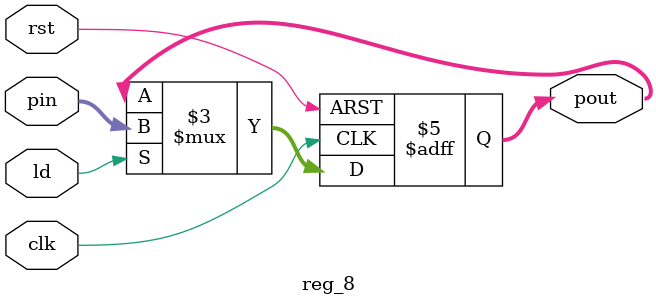
<source format=sv>
`timescale 1ns/1ns
module reg_8(input clk, rst, ld,input [7:0] pin, output logic [7:0] pout);
	always @(posedge clk, posedge rst) begin
		if (rst) pout <= 8'b0;
		else if (ld) pout <= pin;
		else pout <= pout;
	end


endmodule

</source>
